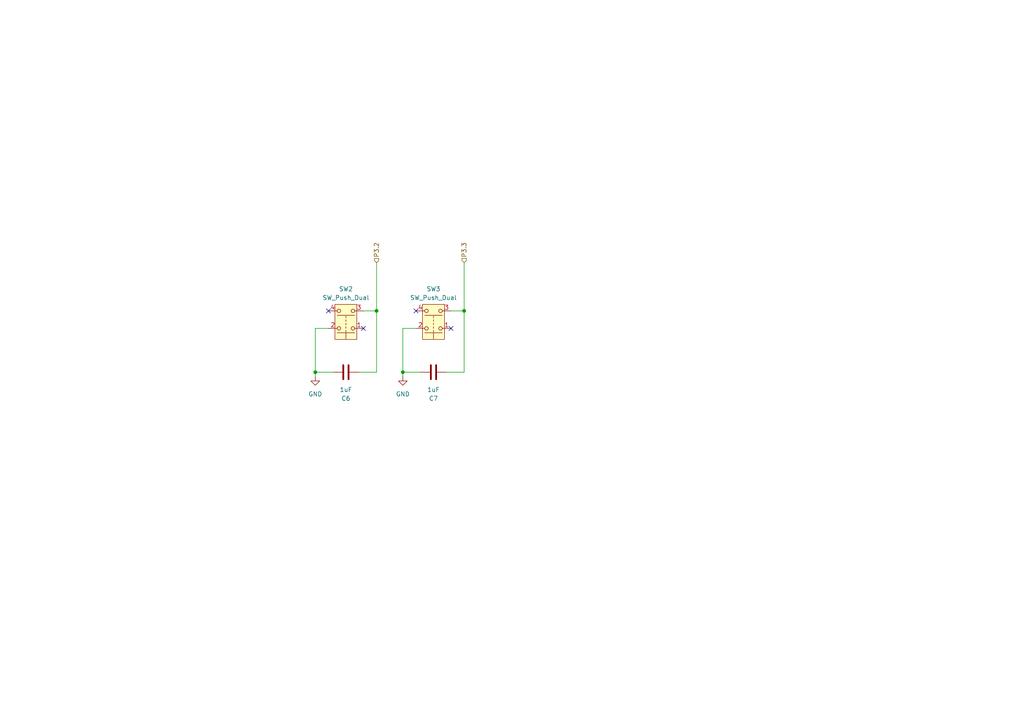
<source format=kicad_sch>
(kicad_sch (version 20250114) (generator "eeschema") (generator_version "9.0")
  (paper "A4")
  (lib_symbols
    (symbol "Device:C" (pin_numbers (hide yes)) (pin_names (offset 0.254))
      (property "Reference" "C" (at 0.635 2.54 0))
      (property "Value" "C" (at 0.635 -2.54 0))
      (symbol "C_0_1"
        (polyline (pts (xy -2.032 0.762) (xy 2.032 0.762)) (stroke (width 0.508)))
        (polyline (pts (xy -2.032 -0.762) (xy 2.032 -0.762)) (stroke (width 0.508)))
      )
      (symbol "C_1_1"
        (pin passive line (at 0 3.81 270) (length 2.794) (name "~") (number "1"))
        (pin passive line (at 0 -3.81 90) (length 2.794) (name "~") (number "2"))
      )
    )
    (symbol "Switch:SW_Push_Dual" (pin_names (offset 1.016) (hide yes))
      (property "Reference" "SW" (at 0 7.62 0))
      (property "Value" "SW_Push_Dual" (at 0 -6.35 0))
      (symbol "SW_Push_Dual_0_1"
        (circle (center -2.032 2.54) (radius 0.508))
        (circle (center -2.032 -2.54) (radius 0.508))
        (polyline (pts (xy 0 3.81) (xy 0 5.588)))
        (polyline (pts (xy 0 3.048) (xy 0 3.556)))
        (polyline (pts (xy 0 2.032) (xy 0 2.54)))
        (polyline (pts (xy 0 1.016) (xy 0 1.524)))
        (polyline (pts (xy 0 0.508) (xy 0 0)))
        (polyline (pts (xy 0 -0.508) (xy 0 -1.016)))
        (circle (center 2.032 2.54) (radius 0.508))
        (circle (center 2.032 -2.54) (radius 0.508))
        (polyline (pts (xy 2.54 3.81) (xy -2.54 3.81)))
        (polyline (pts (xy 2.54 -1.27) (xy -2.54 -1.27)))
        (pin passive line (at -5.08 2.54 0) (length 2.54) (name "1") (number "1"))
        (pin passive line (at -5.08 -2.54 0) (length 2.54) (name "3") (number "3"))
        (pin passive line (at 5.08 2.54 180) (length 2.54) (name "2") (number "2"))
        (pin passive line (at 5.08 -2.54 180) (length 2.54) (name "4") (number "4"))
      )
      (symbol "SW_Push_Dual_1_1"
        (rectangle (start -3.175 5.715) (end 3.175 -4.445) (fill (type background)))
      )
    )
    (symbol "power:GND" (power) (pin_numbers (hide yes)) (pin_names (offset 0) (hide yes))
      (property "Value" "GND" (at 0 -3.81 0))
      (symbol "GND_0_1"
        (polyline (pts (xy 0 0) (xy 0 -1.27) (xy 1.27 -1.27) (xy 0 -2.54) (xy -1.27 -1.27) (xy 0 -1.27)))
      )
      (symbol "GND_1_1"
        (pin power_in line (at 0 0 270) (length 0) (name "~") (number "1"))
      )
    )
  )
  (junction (at 116.84 107.95))
  (junction (at 91.44 107.95))
  (junction (at 134.62 90.17))
  (junction (at 109.22 90.17))
  (no_connect (at 95.25 90.17))
  (no_connect (at 105.41 95.25))
  (no_connect (at 130.81 95.25))
  (no_connect (at 120.65 90.17))
  (wire (pts (xy 91.44 107.95) (xy 96.52 107.95)))
  (wire (pts (xy 91.44 95.25) (xy 95.25 95.25)))
  (wire (pts (xy 105.41 90.17) (xy 109.22 90.17)))
  (wire (pts (xy 134.62 90.17) (xy 134.62 107.95)))
  (wire (pts (xy 130.81 90.17) (xy 134.62 90.17)))
  (wire (pts (xy 134.62 76.2) (xy 134.62 90.17)))
  (wire (pts (xy 109.22 107.95) (xy 104.14 107.95)))
  (wire (pts (xy 109.22 90.17) (xy 109.22 107.95)))
  (wire (pts (xy 116.84 109.22) (xy 116.84 107.95)))
  (wire (pts (xy 134.62 107.95) (xy 129.54 107.95)))
  (wire (pts (xy 109.22 76.2) (xy 109.22 90.17)))
  (wire (pts (xy 116.84 95.25) (xy 120.65 95.25)))
  (wire (pts (xy 116.84 107.95) (xy 121.92 107.95)))
  (wire (pts (xy 91.44 95.25) (xy 91.44 107.95)))
  (wire (pts (xy 91.44 109.22) (xy 91.44 107.95)))
  (wire (pts (xy 116.84 95.25) (xy 116.84 107.95)))
  (hierarchical_label "P3.3" (shape input) (at 134.62 76.2 90))
  (hierarchical_label "P3.2" (shape input) (at 109.22 76.2 90))
  (symbol (lib_id "Switch:SW_Push_Dual") (at 125.73 92.71 180) (unit 1)
    (property "Reference" "SW3" (at 125.73 83.82 0))
    (property "Value" "SW_Push_Dual" (at 125.73 86.36 0))
    (property "Footprint" "Button_Switch_THT:SW_PUSH_6mm_H7.3mm" (effects (hide yes)))
    (property "Description" "Push button switch, generic, symbol, four pins" (effects (hide yes)))
  )
  (symbol (lib_id "Device:C") (at 125.73 107.95 90) (mirror x) (unit 1)
    (property "Reference" "C7" (at 125.73 115.57 90))
    (property "Value" "1uF" (at 125.73 113.03 90))
    (property "Footprint" "Capacitor_SMD:C_1206_3216Metric" (effects (hide yes)))
    (property "Description" "Unpolarized capacitor" (effects (hide yes)))
  )
  (symbol (lib_id "Device:C") (at 100.33 107.95 270) (unit 1)
    (property "Reference" "C6" (at 100.33 115.57 90))
    (property "Value" "1uF" (at 100.33 113.03 90))
    (property "Footprint" "Capacitor_SMD:C_1206_3216Metric" (effects (hide yes)))
    (property "Description" "Unpolarized capacitor" (effects (hide yes)))
  )
  (symbol (lib_id "power:GND") (at 91.44 109.22 0) (unit 1)
    (property "Reference" "#PWR0101" (effects (hide yes)))
    (property "Value" "GND" (at 91.44 114.3 0))
    (property "Description" "Power symbol creates a global label with name \"GND\" , ground" (effects (hide yes)))
  )
  (symbol (lib_id "Switch:SW_Push_Dual") (at 100.33 92.71 180) (unit 1)
    (property "Reference" "SW2" (at 100.33 83.82 0))
    (property "Value" "SW_Push_Dual" (at 100.33 86.36 0))
    (property "Footprint" "Button_Switch_THT:SW_PUSH_6mm_H7.3mm" (effects (hide yes)))
    (property "Description" "Push button switch, generic, symbol, four pins" (effects (hide yes)))
  )
  (symbol (lib_id "power:GND") (at 116.84 109.22 0) (unit 1)
    (property "Reference" "#PWR012" (effects (hide yes)))
    (property "Value" "GND" (at 116.84 114.3 0))
    (property "Description" "Power symbol creates a global label with name \"GND\" , ground" (effects (hide yes)))
  )
)
</source>
